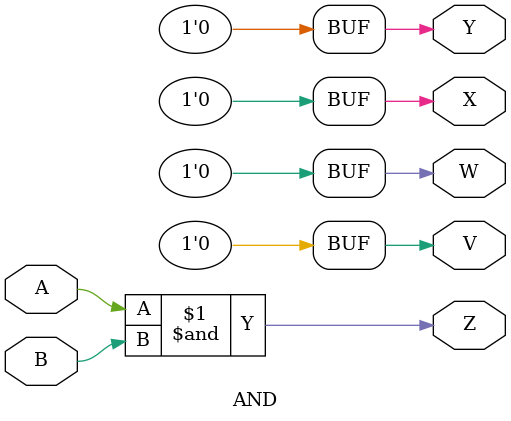
<source format=v>
module AND(
    input A, B,
    output Z,V,W,X,Y
);
 
 wire clk;  // Wire to store the prescaled clock signal
 prescaler #(22) my_prescaler (
        .clk_in(clk_in),
        .clk_out(clk)
    );
	 assign V = 0; //LED 1
	 assign W = 0; //LED2
	 assign X = 0; //LED3
	 assign Y = 0; //LED4
   assign Z = A & B; //Green LED
endmodule
</source>
